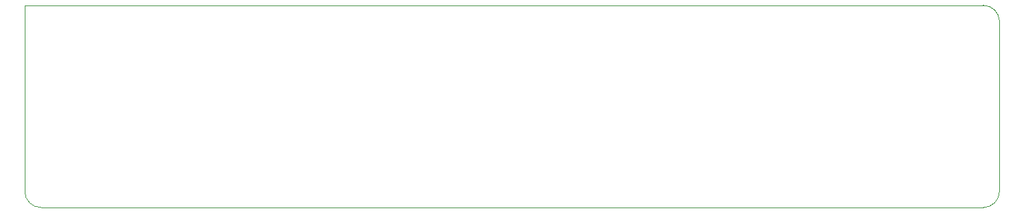
<source format=gbr>
%TF.GenerationSoftware,KiCad,Pcbnew,9.0.7*%
%TF.CreationDate,2026-02-03T10:56:02-06:00*%
%TF.ProjectId,FocusBeam,466f6375-7342-4656-916d-2e6b69636164,rev?*%
%TF.SameCoordinates,Original*%
%TF.FileFunction,Profile,NP*%
%FSLAX46Y46*%
G04 Gerber Fmt 4.6, Leading zero omitted, Abs format (unit mm)*
G04 Created by KiCad (PCBNEW 9.0.7) date 2026-02-03 10:56:02*
%MOMM*%
%LPD*%
G01*
G04 APERTURE LIST*
%TA.AperFunction,Profile*%
%ADD10C,0.100000*%
%TD*%
G04 APERTURE END LIST*
D10*
X55000000Y-70000000D02*
X55000000Y-93000000D01*
X175000000Y-93000000D02*
G75*
G02*
X173000000Y-95000000I-2000000J0D01*
G01*
X173000000Y-70000000D02*
G75*
G02*
X175000000Y-72000000I0J-2000000D01*
G01*
X57000000Y-95000000D02*
X173000000Y-95000000D01*
X173000000Y-70000000D02*
X55000000Y-70000000D01*
X175000000Y-93000000D02*
X175000000Y-72000000D01*
X57000000Y-95000000D02*
G75*
G02*
X55000000Y-93000000I0J2000000D01*
G01*
M02*

</source>
